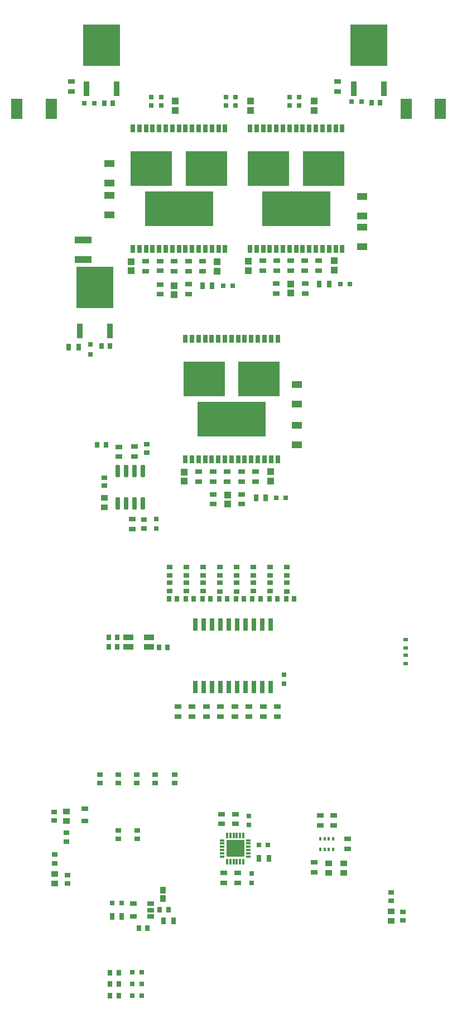
<source format=gtp>
G04*
G04 #@! TF.GenerationSoftware,Altium Limited,Altium Designer,23.7.1 (13)*
G04*
G04 Layer_Color=8421504*
%FSLAX25Y25*%
%MOIN*%
G70*
G04*
G04 #@! TF.SameCoordinates,971C37BE-97D5-4A50-9DA2-DA4AE9E2F4D9*
G04*
G04*
G04 #@! TF.FilePolarity,Positive*
G04*
G01*
G75*
%ADD17R,0.03740X0.03150*%
%ADD18R,0.03937X0.03150*%
%ADD19R,0.03347X0.02953*%
%ADD20R,0.04134X0.03543*%
%ADD21R,0.03543X0.02953*%
%ADD22R,0.03150X0.03740*%
%ADD23R,0.02756X0.02756*%
G04:AMPARAMS|DCode=24|XSize=74.8mil|YSize=23.62mil|CornerRadius=2.95mil|HoleSize=0mil|Usage=FLASHONLY|Rotation=270.000|XOffset=0mil|YOffset=0mil|HoleType=Round|Shape=RoundedRectangle|*
%AMROUNDEDRECTD24*
21,1,0.07480,0.01772,0,0,270.0*
21,1,0.06890,0.02362,0,0,270.0*
1,1,0.00591,-0.00886,-0.03445*
1,1,0.00591,-0.00886,0.03445*
1,1,0.00591,0.00886,0.03445*
1,1,0.00591,0.00886,-0.03445*
%
%ADD24ROUNDEDRECTD24*%
%ADD25R,0.02756X0.02756*%
%ADD26R,0.02756X0.03347*%
%ADD27R,0.05906X0.03543*%
%ADD28R,0.21850X0.24803*%
%ADD29R,0.03543X0.08858*%
%ADD30R,0.06299X0.04134*%
%ADD31R,0.02677X0.05118*%
%ADD32R,0.24528X0.20669*%
%ADD33R,0.40551X0.20669*%
%ADD34R,0.03150X0.03150*%
%ADD35R,0.03150X0.01378*%
%ADD36R,0.01378X0.03347*%
%ADD37R,0.10630X0.10236*%
%ADD38R,0.02756X0.02559*%
%ADD39R,0.03150X0.03937*%
%ADD40R,0.02953X0.03347*%
%ADD41R,0.04331X0.03937*%
%ADD42R,0.03150X0.03150*%
%ADD43R,0.09843X0.03937*%
%ADD44R,0.07008X0.12402*%
%ADD45R,0.03150X0.02362*%
G04:AMPARAMS|DCode=46|XSize=43.31mil|YSize=23.62mil|CornerRadius=2.01mil|HoleSize=0mil|Usage=FLASHONLY|Rotation=180.000|XOffset=0mil|YOffset=0mil|HoleType=Round|Shape=RoundedRectangle|*
%AMROUNDEDRECTD46*
21,1,0.04331,0.01961,0,0,180.0*
21,1,0.03929,0.02362,0,0,180.0*
1,1,0.00402,-0.01965,0.00980*
1,1,0.00402,0.01965,0.00980*
1,1,0.00402,0.01965,-0.00980*
1,1,0.00402,-0.01965,-0.00980*
%
%ADD46ROUNDEDRECTD46*%
%ADD47R,0.03591X0.04453*%
%ADD48R,0.01378X0.01968*%
%ADD49R,0.04134X0.03740*%
%ADD50R,0.02756X0.07677*%
%ADD51R,0.04134X0.03150*%
D17*
X105500Y140559D02*
D03*
Y135441D02*
D03*
X83100Y107059D02*
D03*
Y101941D02*
D03*
X72000D02*
D03*
Y107059D02*
D03*
X94000Y135441D02*
D03*
Y140559D02*
D03*
X83000Y135441D02*
D03*
Y140559D02*
D03*
X61000Y135441D02*
D03*
Y140559D02*
D03*
X72000Y135441D02*
D03*
Y140559D02*
D03*
D18*
X80300Y293153D02*
D03*
Y287247D02*
D03*
X72200Y336206D02*
D03*
Y330300D02*
D03*
X81600Y336253D02*
D03*
Y330347D02*
D03*
X133400Y111000D02*
D03*
Y116905D02*
D03*
X141800Y110947D02*
D03*
Y116853D02*
D03*
X134800Y75695D02*
D03*
Y81600D02*
D03*
X143300D02*
D03*
Y75695D02*
D03*
X145600Y301947D02*
D03*
Y307853D02*
D03*
X137000Y321353D02*
D03*
Y315447D02*
D03*
X145500Y321353D02*
D03*
Y315447D02*
D03*
X154000Y321353D02*
D03*
Y315447D02*
D03*
X120000Y321353D02*
D03*
Y315447D02*
D03*
X128500Y301947D02*
D03*
Y307853D02*
D03*
Y321353D02*
D03*
Y315447D02*
D03*
X203000Y554453D02*
D03*
Y548547D02*
D03*
X44000Y554453D02*
D03*
Y548547D02*
D03*
X166300Y427900D02*
D03*
Y433806D02*
D03*
X183500Y427894D02*
D03*
Y433800D02*
D03*
X191600Y447353D02*
D03*
Y441447D02*
D03*
X183200Y447353D02*
D03*
Y441447D02*
D03*
X174700Y447405D02*
D03*
Y441500D02*
D03*
X166500Y447453D02*
D03*
Y441547D02*
D03*
X158100Y447453D02*
D03*
Y441547D02*
D03*
X113900Y427547D02*
D03*
Y433453D02*
D03*
X96700Y427300D02*
D03*
Y433206D02*
D03*
X122100Y447153D02*
D03*
Y441247D02*
D03*
X113700Y447153D02*
D03*
Y441247D02*
D03*
X105200Y447153D02*
D03*
Y441247D02*
D03*
X96700Y447200D02*
D03*
Y441294D02*
D03*
X88200Y447153D02*
D03*
Y441247D02*
D03*
X189000Y82047D02*
D03*
Y87953D02*
D03*
X208700Y96100D02*
D03*
Y102006D02*
D03*
X192400Y110047D02*
D03*
Y115953D02*
D03*
X200500Y110047D02*
D03*
Y115953D02*
D03*
X107500Y175047D02*
D03*
Y180953D02*
D03*
X115900Y175100D02*
D03*
Y181006D02*
D03*
X124400Y175100D02*
D03*
Y181006D02*
D03*
X132900Y175195D02*
D03*
Y181100D02*
D03*
X141400Y175147D02*
D03*
Y181053D02*
D03*
X149900Y175147D02*
D03*
Y181053D02*
D03*
X158400Y175147D02*
D03*
Y181053D02*
D03*
X166900Y175195D02*
D03*
Y181100D02*
D03*
D19*
X87200Y287541D02*
D03*
Y292659D02*
D03*
X88800Y332739D02*
D03*
Y337661D02*
D03*
X41500Y75539D02*
D03*
Y80461D02*
D03*
X34000Y92618D02*
D03*
Y87500D02*
D03*
X33500Y117961D02*
D03*
Y113039D02*
D03*
X41000Y100500D02*
D03*
Y105618D02*
D03*
X242000Y53539D02*
D03*
Y58461D02*
D03*
X235000Y70059D02*
D03*
Y64941D02*
D03*
X142500Y264559D02*
D03*
Y259441D02*
D03*
X152500Y264559D02*
D03*
Y259441D02*
D03*
X162500Y264559D02*
D03*
Y259441D02*
D03*
X172500Y264559D02*
D03*
Y259441D02*
D03*
X102500Y264559D02*
D03*
Y259441D02*
D03*
X112500Y264559D02*
D03*
Y259441D02*
D03*
X122500Y264559D02*
D03*
Y259441D02*
D03*
X132500Y264559D02*
D03*
Y259441D02*
D03*
X172500Y254941D02*
D03*
Y249823D02*
D03*
X162500Y255118D02*
D03*
Y250000D02*
D03*
X102500D02*
D03*
Y255118D02*
D03*
X112500Y250000D02*
D03*
Y255118D02*
D03*
X132500Y255000D02*
D03*
Y249882D02*
D03*
X122500Y255059D02*
D03*
Y249941D02*
D03*
X152461Y255059D02*
D03*
Y249941D02*
D03*
X142500Y255000D02*
D03*
Y249882D02*
D03*
D20*
X63500Y300146D02*
D03*
Y305854D02*
D03*
X34000Y81209D02*
D03*
Y75500D02*
D03*
X41000Y112646D02*
D03*
Y118354D02*
D03*
X235000Y58854D02*
D03*
Y53146D02*
D03*
D21*
X63500Y313138D02*
D03*
Y317862D02*
D03*
D22*
X59342Y337500D02*
D03*
X64657D02*
D03*
X228259Y541600D02*
D03*
X223141D02*
D03*
X66941Y22000D02*
D03*
X72059D02*
D03*
X67000Y15500D02*
D03*
X72118D02*
D03*
X66941Y8500D02*
D03*
X72059D02*
D03*
X61841Y396400D02*
D03*
X66959D02*
D03*
X63441Y541500D02*
D03*
X68559D02*
D03*
D23*
X94500Y287488D02*
D03*
Y293000D02*
D03*
X151500Y81356D02*
D03*
Y75844D02*
D03*
X170800Y194644D02*
D03*
Y200156D02*
D03*
D24*
X86400Y302335D02*
D03*
X81400D02*
D03*
X76400D02*
D03*
X71400D02*
D03*
Y321665D02*
D03*
X76400D02*
D03*
X81400D02*
D03*
X86400D02*
D03*
D25*
X171756Y305700D02*
D03*
X166244D02*
D03*
X161256Y98400D02*
D03*
X155744D02*
D03*
X204544Y433300D02*
D03*
X210056D02*
D03*
X134544Y432500D02*
D03*
X140056D02*
D03*
X68244Y63800D02*
D03*
X73756D02*
D03*
D26*
X96339Y216400D02*
D03*
X101261D02*
D03*
X66339Y216900D02*
D03*
X71261D02*
D03*
X66200Y222300D02*
D03*
X71121D02*
D03*
D27*
X90102Y216705D02*
D03*
Y222285D02*
D03*
X77898Y216715D02*
D03*
Y222285D02*
D03*
D28*
X57800Y431555D02*
D03*
X61900Y576055D02*
D03*
X221600D02*
D03*
D29*
X66776Y405571D02*
D03*
X48824D02*
D03*
X52924Y550071D02*
D03*
X70876D02*
D03*
X212624D02*
D03*
X230576D02*
D03*
D30*
X178500Y373307D02*
D03*
Y361693D02*
D03*
X66500Y505307D02*
D03*
Y493693D02*
D03*
X217500Y455693D02*
D03*
Y467307D02*
D03*
X178500Y337500D02*
D03*
Y349114D02*
D03*
X217500Y485807D02*
D03*
Y474193D02*
D03*
X66500Y474693D02*
D03*
Y486307D02*
D03*
D31*
X111919Y328654D02*
D03*
X115856D02*
D03*
X119793D02*
D03*
X123730D02*
D03*
X127667D02*
D03*
X131604D02*
D03*
X135541D02*
D03*
X139478D02*
D03*
X143415D02*
D03*
X147352D02*
D03*
X151289D02*
D03*
X155226D02*
D03*
X159163D02*
D03*
X163100D02*
D03*
X167037D02*
D03*
Y400702D02*
D03*
X163100D02*
D03*
X159163D02*
D03*
X155226D02*
D03*
X151289D02*
D03*
X147352D02*
D03*
X143415D02*
D03*
X139478D02*
D03*
X135541D02*
D03*
X131604D02*
D03*
X127667D02*
D03*
X123730D02*
D03*
X119793D02*
D03*
X115856D02*
D03*
X111919D02*
D03*
X150519Y454254D02*
D03*
X154456D02*
D03*
X158393D02*
D03*
X162330D02*
D03*
X166267D02*
D03*
X170204D02*
D03*
X174141D02*
D03*
X178078D02*
D03*
X182015D02*
D03*
X185952D02*
D03*
X189889D02*
D03*
X193826D02*
D03*
X197763D02*
D03*
X201700D02*
D03*
X205637D02*
D03*
Y526302D02*
D03*
X201700D02*
D03*
X197763D02*
D03*
X193826D02*
D03*
X189889D02*
D03*
X185952D02*
D03*
X182015D02*
D03*
X178078D02*
D03*
X174141D02*
D03*
X170204D02*
D03*
X166267D02*
D03*
X162330D02*
D03*
X158393D02*
D03*
X154456D02*
D03*
X150519D02*
D03*
X80519D02*
D03*
X84456D02*
D03*
X88393D02*
D03*
X92330D02*
D03*
X96267D02*
D03*
X100204D02*
D03*
X104141D02*
D03*
X108078D02*
D03*
X112015D02*
D03*
X115952D02*
D03*
X119889D02*
D03*
X123826D02*
D03*
X127763D02*
D03*
X131700D02*
D03*
X135637D02*
D03*
Y454254D02*
D03*
X131700D02*
D03*
X127763D02*
D03*
X123826D02*
D03*
X119889D02*
D03*
X115952D02*
D03*
X112015D02*
D03*
X108078D02*
D03*
X104141D02*
D03*
X100204D02*
D03*
X96267D02*
D03*
X92330D02*
D03*
X88393D02*
D03*
X84456D02*
D03*
X80519D02*
D03*
D32*
X123080Y376686D02*
D03*
X155876D02*
D03*
X161680Y502286D02*
D03*
X194476D02*
D03*
X124476D02*
D03*
X91680D02*
D03*
D33*
X139478Y352670D02*
D03*
X178078Y478270D02*
D03*
X108078D02*
D03*
D34*
X80047Y8500D02*
D03*
X85952D02*
D03*
X80047Y22500D02*
D03*
X85952D02*
D03*
X80047Y15500D02*
D03*
X85952D02*
D03*
X141952Y540000D02*
D03*
X136047D02*
D03*
X136048Y545000D02*
D03*
X141953D02*
D03*
X179952Y540000D02*
D03*
X174047D02*
D03*
X174048Y545000D02*
D03*
X179953D02*
D03*
X97452Y540000D02*
D03*
X91547D02*
D03*
X91548Y545000D02*
D03*
X97453D02*
D03*
X211200Y542300D02*
D03*
X217106D02*
D03*
X51547Y541500D02*
D03*
X57452D02*
D03*
D35*
X133826Y101221D02*
D03*
Y99253D02*
D03*
Y97284D02*
D03*
Y95316D02*
D03*
Y93347D02*
D03*
Y91379D02*
D03*
X149574Y101221D02*
D03*
Y99253D02*
D03*
Y97284D02*
D03*
Y95316D02*
D03*
Y93347D02*
D03*
Y91379D02*
D03*
D36*
X136779Y88524D02*
D03*
X138747D02*
D03*
X140716D02*
D03*
X142684D02*
D03*
X144653D02*
D03*
X146621D02*
D03*
X136779Y104076D02*
D03*
X138747D02*
D03*
X140716D02*
D03*
X142684D02*
D03*
X144653D02*
D03*
X146621D02*
D03*
D37*
X141700Y96300D02*
D03*
D38*
X149700Y110442D02*
D03*
Y115758D02*
D03*
D39*
X155800Y90400D02*
D03*
X161706D02*
D03*
X154047Y305800D02*
D03*
X159953D02*
D03*
X42147Y395900D02*
D03*
X48053D02*
D03*
X191847Y433400D02*
D03*
X197753D02*
D03*
X122047Y432500D02*
D03*
X127953D02*
D03*
X104900Y53100D02*
D03*
X98994D02*
D03*
X73953Y55900D02*
D03*
X68047D02*
D03*
D40*
X84141Y48900D02*
D03*
X89259D02*
D03*
X132039Y245441D02*
D03*
X136961D02*
D03*
X122039D02*
D03*
X126961D02*
D03*
X112039Y245559D02*
D03*
X116961D02*
D03*
X102039D02*
D03*
X106961D02*
D03*
X172039Y245441D02*
D03*
X176961D02*
D03*
X162039Y245559D02*
D03*
X166961D02*
D03*
X152000Y245500D02*
D03*
X156921D02*
D03*
X142039Y245441D02*
D03*
X146961D02*
D03*
X101759Y59800D02*
D03*
X96641D02*
D03*
D41*
X151000Y542756D02*
D03*
Y537244D02*
D03*
X189000Y542756D02*
D03*
Y537244D02*
D03*
X106000Y542756D02*
D03*
Y537244D02*
D03*
X162700Y321356D02*
D03*
Y315844D02*
D03*
X137100Y301944D02*
D03*
Y307456D02*
D03*
X111200Y321112D02*
D03*
Y315600D02*
D03*
X201000Y447300D02*
D03*
Y441788D02*
D03*
X174800Y427944D02*
D03*
Y433456D02*
D03*
X149500Y447012D02*
D03*
Y441500D02*
D03*
X130800Y446756D02*
D03*
Y441244D02*
D03*
X79500Y446856D02*
D03*
Y441344D02*
D03*
X105200Y427044D02*
D03*
Y432556D02*
D03*
D42*
X55200Y391347D02*
D03*
Y397252D02*
D03*
D43*
X50700Y459905D02*
D03*
Y448095D02*
D03*
D44*
X264295Y538000D02*
D03*
X243705D02*
D03*
X11205D02*
D03*
X31795D02*
D03*
D45*
X243500Y215941D02*
D03*
Y221059D02*
D03*
Y211859D02*
D03*
Y206741D02*
D03*
D46*
X91100Y55800D02*
D03*
Y59540D02*
D03*
Y63280D02*
D03*
X80864D02*
D03*
Y55800D02*
D03*
D47*
X98500Y71322D02*
D03*
Y66278D02*
D03*
D48*
X192561Y102050D02*
D03*
X195121D02*
D03*
X197679D02*
D03*
X200239D02*
D03*
Y95750D02*
D03*
X197679D02*
D03*
X195121D02*
D03*
X192561D02*
D03*
D49*
X206500Y81646D02*
D03*
Y87354D02*
D03*
X197500D02*
D03*
Y81646D02*
D03*
D50*
X162800Y192798D02*
D03*
X157800D02*
D03*
X152800D02*
D03*
X147800D02*
D03*
X142800D02*
D03*
X137800D02*
D03*
X132800D02*
D03*
X127800D02*
D03*
X122800D02*
D03*
X117800D02*
D03*
Y230002D02*
D03*
X122800D02*
D03*
X127800D02*
D03*
X132800D02*
D03*
X137800D02*
D03*
X142800D02*
D03*
X147800D02*
D03*
X152800D02*
D03*
X157800D02*
D03*
X162800D02*
D03*
D51*
X52000Y112858D02*
D03*
Y120142D02*
D03*
M02*

</source>
